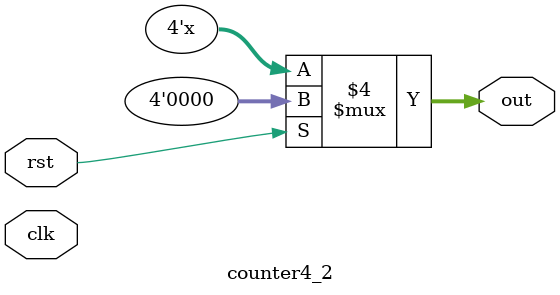
<source format=v>

module counter4_2(out,clk,rst);
output [3:0] out;
input clk,rst;
reg [3:0] out;

always @(clk or rst) begin
    if (rst) out = 0;
    else out = out + 1;
end

endmodule

</source>
